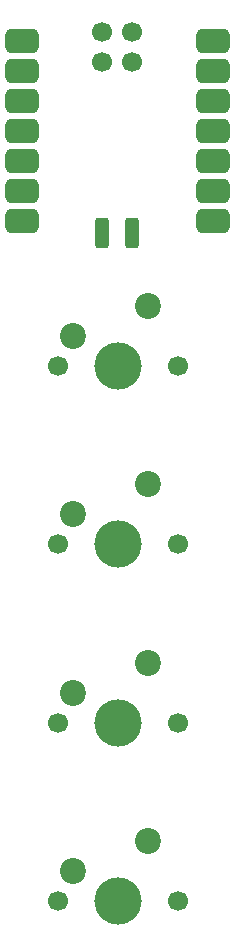
<source format=gbr>
%TF.GenerationSoftware,KiCad,Pcbnew,8.0.8*%
%TF.CreationDate,2025-02-09T21:15:24+00:00*%
%TF.ProjectId,MacroPadPCB,4d616372-6f50-4616-9450-43422e6b6963,rev?*%
%TF.SameCoordinates,Original*%
%TF.FileFunction,Soldermask,Bot*%
%TF.FilePolarity,Negative*%
%FSLAX46Y46*%
G04 Gerber Fmt 4.6, Leading zero omitted, Abs format (unit mm)*
G04 Created by KiCad (PCBNEW 8.0.8) date 2025-02-09 21:15:24*
%MOMM*%
%LPD*%
G01*
G04 APERTURE LIST*
G04 Aperture macros list*
%AMRoundRect*
0 Rectangle with rounded corners*
0 $1 Rounding radius*
0 $2 $3 $4 $5 $6 $7 $8 $9 X,Y pos of 4 corners*
0 Add a 4 corners polygon primitive as box body*
4,1,4,$2,$3,$4,$5,$6,$7,$8,$9,$2,$3,0*
0 Add four circle primitives for the rounded corners*
1,1,$1+$1,$2,$3*
1,1,$1+$1,$4,$5*
1,1,$1+$1,$6,$7*
1,1,$1+$1,$8,$9*
0 Add four rect primitives between the rounded corners*
20,1,$1+$1,$2,$3,$4,$5,0*
20,1,$1+$1,$4,$5,$6,$7,0*
20,1,$1+$1,$6,$7,$8,$9,0*
20,1,$1+$1,$8,$9,$2,$3,0*%
G04 Aperture macros list end*
%ADD10C,1.700000*%
%ADD11C,4.000000*%
%ADD12C,2.200000*%
%ADD13RoundRect,0.525400X0.900400X0.525400X-0.900400X0.525400X-0.900400X-0.525400X0.900400X-0.525400X0*%
%ADD14RoundRect,0.300400X0.300400X-1.000400X0.300400X1.000400X-0.300400X1.000400X-0.300400X-1.000400X0*%
G04 APERTURE END LIST*
D10*
%TO.C,SW3*%
X124810988Y-110234200D03*
D11*
X129890988Y-110234200D03*
D10*
X134970988Y-110234200D03*
D12*
X132430988Y-105154200D03*
X126080988Y-107694200D03*
%TD*%
D10*
%TO.C,SW2*%
X124810988Y-95144200D03*
D11*
X129890988Y-95144200D03*
D10*
X134970988Y-95144200D03*
D12*
X132430988Y-90064200D03*
X126080988Y-92604200D03*
%TD*%
D10*
%TO.C,SW1*%
X124810988Y-80054200D03*
D11*
X129890988Y-80054200D03*
D10*
X134970988Y-80054200D03*
D12*
X132430988Y-74974200D03*
X126080988Y-77514200D03*
%TD*%
D10*
%TO.C,SW4*%
X124810988Y-125324200D03*
D11*
X129890988Y-125324200D03*
D10*
X134970988Y-125324200D03*
D12*
X132430988Y-120244200D03*
X126080988Y-122784200D03*
%TD*%
D13*
%TO.C,U1*%
X137987994Y-52560400D03*
X137987994Y-55100400D03*
X137987994Y-57640400D03*
X137987994Y-60180400D03*
X137987994Y-62720400D03*
X137987994Y-65260400D03*
X137987994Y-67800400D03*
X121822994Y-67800400D03*
X121822994Y-65260400D03*
X121822994Y-62720400D03*
X121822994Y-60180400D03*
X121822994Y-57640400D03*
X121822994Y-55100400D03*
X121822994Y-52560400D03*
D14*
X131075994Y-68820100D03*
X128535994Y-68820100D03*
D10*
X131075994Y-51802100D03*
X128535994Y-51802100D03*
X131075994Y-54342100D03*
X128535994Y-54342100D03*
%TD*%
M02*

</source>
